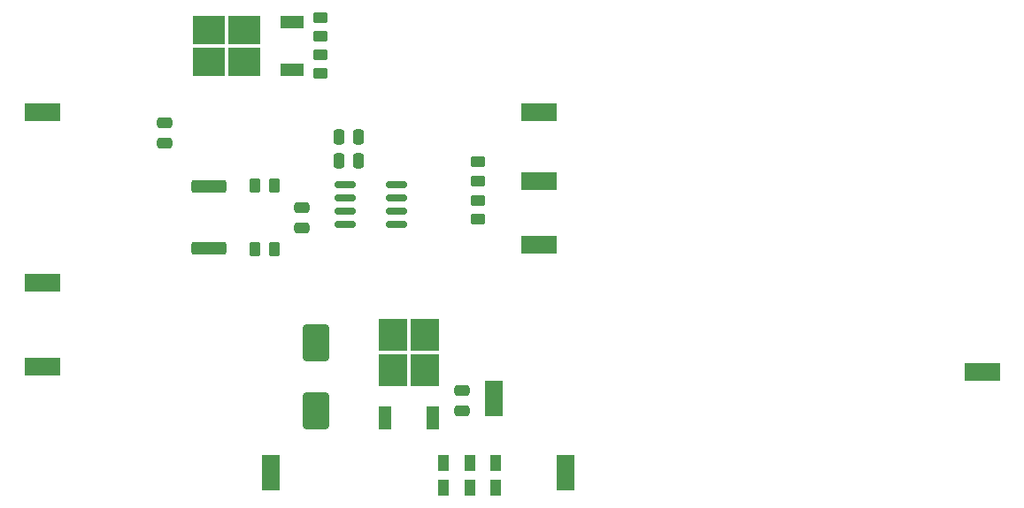
<source format=gtp>
G04 #@! TF.GenerationSoftware,KiCad,Pcbnew,(6.0.5)*
G04 #@! TF.CreationDate,2022-06-11T17:51:55-07:00*
G04 #@! TF.ProjectId,main_template,6d61696e-5f74-4656-9d70-6c6174652e6b,1*
G04 #@! TF.SameCoordinates,Original*
G04 #@! TF.FileFunction,Paste,Top*
G04 #@! TF.FilePolarity,Positive*
%FSLAX46Y46*%
G04 Gerber Fmt 4.6, Leading zero omitted, Abs format (unit mm)*
G04 Created by KiCad (PCBNEW (6.0.5)) date 2022-06-11 17:51:55*
%MOMM*%
%LPD*%
G01*
G04 APERTURE LIST*
G04 Aperture macros list*
%AMRoundRect*
0 Rectangle with rounded corners*
0 $1 Rounding radius*
0 $2 $3 $4 $5 $6 $7 $8 $9 X,Y pos of 4 corners*
0 Add a 4 corners polygon primitive as box body*
4,1,4,$2,$3,$4,$5,$6,$7,$8,$9,$2,$3,0*
0 Add four circle primitives for the rounded corners*
1,1,$1+$1,$2,$3*
1,1,$1+$1,$4,$5*
1,1,$1+$1,$6,$7*
1,1,$1+$1,$8,$9*
0 Add four rect primitives between the rounded corners*
20,1,$1+$1,$2,$3,$4,$5,0*
20,1,$1+$1,$4,$5,$6,$7,0*
20,1,$1+$1,$6,$7,$8,$9,0*
20,1,$1+$1,$8,$9,$2,$3,0*%
G04 Aperture macros list end*
%ADD10R,1.200000X2.200000*%
%ADD11R,2.750000X3.050000*%
%ADD12RoundRect,0.250000X0.475000X-0.250000X0.475000X0.250000X-0.475000X0.250000X-0.475000X-0.250000X0*%
%ADD13R,3.400000X1.800000*%
%ADD14R,1.800000X3.400000*%
%ADD15RoundRect,0.250000X-0.450000X0.262500X-0.450000X-0.262500X0.450000X-0.262500X0.450000X0.262500X0*%
%ADD16RoundRect,0.250000X0.262500X0.450000X-0.262500X0.450000X-0.262500X-0.450000X0.262500X-0.450000X0*%
%ADD17RoundRect,0.250000X-0.475000X0.250000X-0.475000X-0.250000X0.475000X-0.250000X0.475000X0.250000X0*%
%ADD18RoundRect,0.250000X0.250000X0.475000X-0.250000X0.475000X-0.250000X-0.475000X0.250000X-0.475000X0*%
%ADD19R,1.000000X1.600000*%
%ADD20RoundRect,0.250000X0.450000X-0.262500X0.450000X0.262500X-0.450000X0.262500X-0.450000X-0.262500X0*%
%ADD21R,2.200000X1.200000*%
%ADD22R,3.050000X2.750000*%
%ADD23RoundRect,0.150000X0.825000X0.150000X-0.825000X0.150000X-0.825000X-0.150000X0.825000X-0.150000X0*%
%ADD24RoundRect,0.250000X1.000000X-1.500000X1.000000X1.500000X-1.000000X1.500000X-1.000000X-1.500000X0*%
%ADD25RoundRect,0.250000X-1.425000X0.362500X-1.425000X-0.362500X1.425000X-0.362500X1.425000X0.362500X0*%
G04 APERTURE END LIST*
D10*
X111500000Y-140598000D03*
X106940000Y-140598000D03*
D11*
X107695000Y-135973000D03*
X107695000Y-132623000D03*
X110745000Y-135973000D03*
X110745000Y-132623000D03*
D12*
X85852000Y-112334000D03*
X85852000Y-114234000D03*
D13*
X164084000Y-136144000D03*
D12*
X114300000Y-137988000D03*
X114300000Y-139888000D03*
D14*
X117348000Y-138684000D03*
D13*
X74168000Y-111252000D03*
D15*
X115824000Y-117856000D03*
X115824000Y-116031000D03*
D16*
X94526500Y-118340500D03*
X96351500Y-118340500D03*
D14*
X96012000Y-145796000D03*
D13*
X121666000Y-123952000D03*
D17*
X98995000Y-122362000D03*
X98995000Y-120462000D03*
D18*
X102552000Y-115927500D03*
X104452000Y-115927500D03*
D13*
X74168000Y-127604000D03*
D19*
X112562000Y-144850000D03*
X115062000Y-144850000D03*
X117562000Y-144850000D03*
X112562000Y-147250000D03*
X115062000Y-147250000D03*
X117562000Y-147250000D03*
D13*
X74168000Y-135636000D03*
D20*
X100755000Y-105766500D03*
X100755000Y-107591500D03*
D21*
X98097000Y-102621000D03*
X98097000Y-107181000D03*
D22*
X93472000Y-103376000D03*
X90122000Y-106426000D03*
X93472000Y-106426000D03*
X90122000Y-103376000D03*
D16*
X94526500Y-124436500D03*
X96351500Y-124436500D03*
D13*
X121666000Y-117856000D03*
X121666000Y-111252000D03*
D14*
X124206000Y-145796000D03*
D23*
X103124000Y-122023500D03*
X103124000Y-120753500D03*
X103124000Y-119483500D03*
X103124000Y-118213500D03*
X108074000Y-118213500D03*
X108074000Y-119483500D03*
X108074000Y-120753500D03*
X108074000Y-122023500D03*
D24*
X100330000Y-133402000D03*
X100330000Y-139902000D03*
D20*
X100755000Y-102210500D03*
X100755000Y-104035500D03*
D25*
X90105000Y-124351000D03*
X90105000Y-118426000D03*
D18*
X102552000Y-113641500D03*
X104452000Y-113641500D03*
D20*
X115824000Y-119737500D03*
X115824000Y-121562500D03*
M02*

</source>
